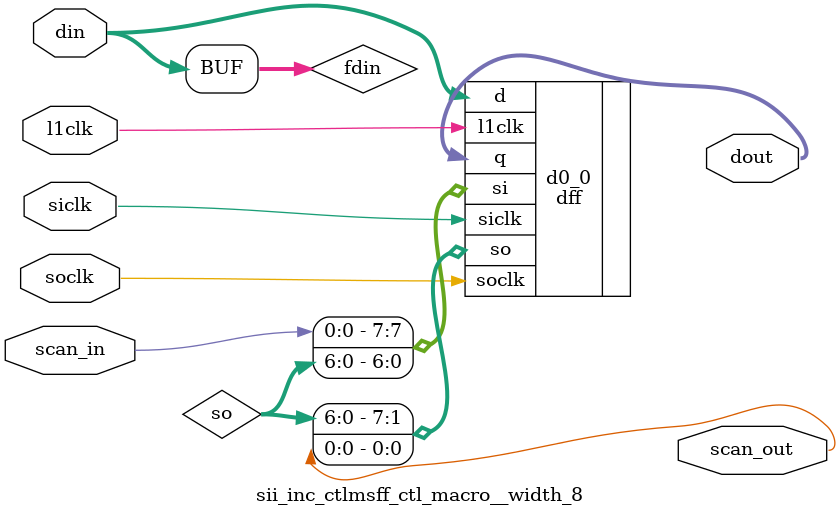
<source format=v>
module	sii_inc_ctl (
  ncu_sii_gnt, 
  sii_ncu_req, 
  sii_ncu_data, 
  sii_ncu_dparity, 
  inc_indq_rd_addr, 
  inc_indq_rd_en, 
  indq_inc_dout, 
  inc_ipcc_stop, 
  ipcc_indq_wr_addr, 
  ipcc_indq_wr_en, 
  ipcc_inc_wr_ovfl, 
  l2clk, 
  cmp_io_sync_en_in, 
  io_cmp_sync_en_in, 
  scan_in, 
  scan_out, 
  tcu_scan_en, 
  tcu_aclk, 
  tcu_bclk, 
  tcu_pce_ov, 
  tcu_clk_stop, 
  sii_mb0_run, 
  sii_mb0_ind_rd_en, 
  sii_mb0_addr, 
  sii_mb0_wdata, 
  sii_mb0_ind_fail);
wire l1clk;
wire spares_scanin;
wire spares_scanout;
wire se;
wire siclk;
wire soclk;
wire pce_ov;
wire stop;
wire [67:0] mbist1_data;
wire [7:0] sii_mb0_wdata_r;
wire [67:0] compare;
wire [67:0] mbist1_data_rr;
wire [1:0] sii_mb0_ind_fail_l;
wire [4:0] cstate_r;
wire [31:0] sii_ncu_data_l;
wire arc_hdr_data;
wire [33:0] new_data;
wire [1:0] sii_ncu_dparity_l;
wire sii_ncu_req_l;
wire make_request;
wire sii_mb0_run_r;
wire [5:0] sii_mb0_addr_r;
wire arc_gnt_hdr;
wire cmp_io_sync_en;
wire [2:0] cyc_cnt_r;
wire [5:0] inc_indq_rd_addr_r;
wire sii_mb0_ind_rd_en_r;
wire turn_off_rd_en;
wire ind_fifo_full;
wire [33:0] data_l;
wire [33:0] data_h;
wire ind_fifo_empty;
wire rd_ovfl_l;
wire ind_fifo_full_l;
wire rd_ovfl_r;
wire cyc_cnt_en;
wire [2:0] cyc_cnt_l;
wire data_end;
wire got_gnt_l;
wire ncu_sii_gnt_r;
wire got_gnt_r;
wire arc_start_req;
wire arc_req_gnt;
wire cmp_io_sync_en_dly2;
wire cmp_io_sync_en_dly3;
wire arc_data_start;
wire arc_data_gnt;
wire arc_data_req;
wire reg_cstate_scanin;
wire reg_cstate_scanout;
wire reg_sii_mb0_ind_fail_scanin;
wire reg_sii_mb0_ind_fail_scanout;
wire reg_mbist1_data_rr_scanin;
wire reg_mbist1_data_rr_scanout;
wire [67:0] mbist1_data_r;
wire reg_mbist1_data_r_scanin;
wire reg_mbist1_data_r_scanout;
wire reg_rd_ovfl_scanin;
wire reg_rd_ovfl_scanout;
wire reg_got_gnt_scanin;
wire reg_got_gnt_scanout;
wire reg_cmp_io_syn_en_scanin;
wire reg_cmp_io_syn_en_scanout;
wire cmp_io_sync_en_dly;
wire reg_cmp_io_syn_en_dly2_scanin;
wire reg_cmp_io_syn_en_dly2_scanout;
wire reg_cmp_io_syn_en_dly3_scanin;
wire reg_cmp_io_syn_en_dly3_scanout;
wire reg_ncu_sii_gnt_scanin;
wire reg_ncu_sii_gnt_scanout;
wire io_cmp_sync_en;
wire reg_cyc_cnt_r_scanin;
wire reg_cyc_cnt_r_scanout;
wire reg_inc_indq_rd_addr_scanin;
wire reg_inc_indq_rd_addr_scanout;
wire reg_sii_ncu_req_scanin;
wire reg_sii_ncu_req_scanout;
wire reg_sii_ncu_data_scanin;
wire reg_sii_ncu_data_scanout;
wire reg_sii_ncu_dparity_scanin;
wire reg_sii_ncu_dparity_scanout;
wire reg_cmp_io_sync_en_scanin;
wire reg_cmp_io_sync_en_scanout;
wire reg_io_cmp_sync_en_scanin;
wire reg_io_cmp_sync_en_scanout;
wire reg_sii_mb0_run_scanin;
wire reg_sii_mb0_run_scanout;
wire reg_sii_mb0_ind_rd_en_scanin;
wire reg_sii_mb0_ind_rd_en_scanout;
wire reg_sii_mb0_addr_scanin;
wire reg_sii_mb0_addr_scanout;
wire reg_sii_mb0_wdata_scanin;
wire reg_sii_mb0_wdata_scanout;
wire reg_ind_fifo_full_scanin;
wire reg_ind_fifo_full_scanout;


input 		ncu_sii_gnt;		//io_clk
output 		sii_ncu_req;		//io_clk	
output	[31:0]	sii_ncu_data;		//io_clk
output	[1:0]	sii_ncu_dparity;		//io_clk

//------inter-submodule signals-------

output	[5:0]	inc_indq_rd_addr;	//cmp_clk
output		inc_indq_rd_en;		//cmp_clk
input	[67:0]	indq_inc_dout;

output		inc_ipcc_stop;		//cmp_clk
input  	[5:0]	ipcc_indq_wr_addr;	//cmp_clk	
input  		ipcc_indq_wr_en;	//cmp_clk	
input  		ipcc_inc_wr_ovfl;	//for checking empty/full of fifo	

input		l2clk;
input		cmp_io_sync_en_in;
input		io_cmp_sync_en_in;
input		scan_in ;
output		scan_out;
input        	tcu_scan_en;
input        	tcu_aclk;
input        	tcu_bclk;
input        	tcu_pce_ov;
input        	tcu_clk_stop;

//-------mbist related signals -------

input        	sii_mb0_run;
input        	sii_mb0_ind_rd_en;
input 	[5:0]  	sii_mb0_addr;
input 	[7:0]  	sii_mb0_wdata;
output 	[1:0]  	sii_mb0_ind_fail;


// Clock header
sii_inc_ctll1clkhdr_ctl_macro clkgen (
                              .l2clk  (l2clk                  ),
                              .l1en   (1'b1                   ),
                              .l1clk  (l1clk                  ),
  .pce_ov(pce_ov),
  .stop(stop),
  .se(se)
                              );

// Spare gates
sii_inc_ctlspare_ctl_macro__num_2 spares  (
	.scan_in(spares_scanin),
	.scan_out(spares_scanout),
	.l1clk	(l1clk),
  .siclk(siclk),
  .soclk(soclk)
);

//************************************************************************
// SCAN CONNECTIONS 
//************************************************************************
// scan renames
assign 	 se = tcu_scan_en;
assign 	 siclk = tcu_aclk;
assign 	 soclk = tcu_bclk;
assign 	 pce_ov = tcu_pce_ov;
assign 	 stop = tcu_clk_stop;
// end scan

//************************************************************************
// 		MBIST CONNECTIONS 
//************************************************************************

assign	mbist1_data[67:0] = {sii_mb0_wdata_r[1:0], sii_mb0_wdata_r[7:6], sii_mb0_wdata_r[7:0], 
			     sii_mb0_wdata_r[7:0],
			     sii_mb0_wdata_r[7:0], sii_mb0_wdata_r[7:0], sii_mb0_wdata_r[7:0],
			     sii_mb0_wdata_r[7:0], sii_mb0_wdata_r[7:0], sii_mb0_wdata_r[7:0]};
assign  compare[67:0]  = mbist1_data_rr[67:0] ^ indq_inc_dout[67:0];

assign  sii_mb0_ind_fail_l[1] = | compare[67:34];
assign  sii_mb0_ind_fail_l[0] = | compare[33:0];

//************************************************************************
// STATE DEFINITION 
//************************************************************************

`define	START_ST		5'b00001
`define	REQ_ST			5'b00010
`define	GNT_ST			5'b00100
`define	HDR_ST			5'b01000
`define	DATA_ST			5'b10000

`define	START		 	0
`define	REQ		 	1
`define	GNT		 	2
`define	HDR		 	3
`define	DATA		 	4


reg [4:0]	nstate_r;
//reg [4:0]	cstate_r;

wire [4:0]	nstate;
wire [4:0]	cstate;

// ------- internal signals --------

//0in one_hot -var cstate[4:0]
//0in one_hot -var nstate_r[4:0]

assign		nstate = {nstate_r[4:1], ~nstate_r[0]};
assign		cstate = {cstate_r[4:1], ~cstate_r[0]};

//************************************************************************
//	OUTPUT LOGICS 
//************************************************************************

assign	sii_ncu_data_l[31:0]  = ((cstate[`HDR] && ~arc_hdr_data )  || cstate[`GNT]) ? 
				indq_inc_dout[31:0] : new_data[31:0];

assign	sii_ncu_dparity_l[1:0]  = ((cstate[`HDR] && ~arc_hdr_data )  || cstate[`GNT]) ? 
				indq_inc_dout[65:64] : new_data[33:32];

assign	sii_ncu_req_l	  = make_request;

assign 	inc_indq_rd_addr[5:0] = sii_mb0_run_r ? sii_mb0_addr_r[5:0] :
				(arc_gnt_hdr || (cmp_io_sync_en && cyc_cnt_r[0]))  ? 
				((inc_indq_rd_addr_r[5:0] == 6'd47 ) ? 6'd0 :   // 0in range -var inc_indq_rd_addr_r -min 0 -max 47
			    	 (inc_indq_rd_addr_r[5:0] + 6'h01)) : 
				  inc_indq_rd_addr_r[5:0]; 

assign  inc_indq_rd_en	=   sii_mb0_run_r ?  sii_mb0_ind_rd_en_r :
			    ~turn_off_rd_en;
assign	inc_ipcc_stop	= ind_fifo_full;
//************************************************************************
//	internal wires assignment	
//************************************************************************
//assign  early_hdr_end   = cmp_io_sync_en  ; 
assign	new_data[33:0] 	= cyc_cnt_r[0] ? data_l[33:0] : data_h[33:0];
//assign  data_h[33:0]	= {indq_inc_dout[67:66], indq_inc_dout[39:32], 
//			   indq_inc_dout[47:40], indq_inc_dout[55:48], indq_inc_dout[63:56]};
//assign  data_l[33:0]	= {indq_inc_dout[65:64], indq_inc_dout[7:0], 
//			   indq_inc_dout[15:8], indq_inc_dout[23:16], indq_inc_dout[31:24]};

assign  data_h[33:0]	= {indq_inc_dout[67:66], indq_inc_dout[63:32]} ;
assign  data_l[33:0]	= {indq_inc_dout[65:64], indq_inc_dout[31:0]} ;


assign	turn_off_rd_en	= (ipcc_indq_wr_addr[5:0] == inc_indq_rd_addr[5:0]) && ipcc_indq_wr_en ;

//------------	fifo empty/full handling ----------------
//assign	ind_fifo_empty	= ((inc_indq_rd_addr[5:0] == ipcc_indq_wr_addr[5:0] )  
//				&& (rd_ovfl_r == ipcc_inc_wr_ovfl)) ||
//			 ((inc_indq_rd_addr[5:0] == ipcc_indq_wr_addr[5:0] - 6'h01) 
//			  && (rd_ovfl_r == ipcc_inc_wr_ovfl)) ||
//			  (inc_indq_rd_addr - ipcc_indq_wr_addr == 6'd47) ;

assign		ind_fifo_empty = (((ipcc_indq_wr_addr[5:0] - inc_indq_rd_addr[5:0]) < 6'd3) 
					&& (rd_ovfl_l == ipcc_inc_wr_ovfl) ||
				  ((inc_indq_rd_addr[5:0] - ipcc_indq_wr_addr[5:0]) > 6'd45)
					&& (rd_ovfl_l ^ ipcc_inc_wr_ovfl)) 
					  ? 1'b1 : 1'b0;
				  

assign	ind_fifo_full_l	= (ipcc_indq_wr_addr[5:0]- inc_indq_rd_addr_r[5:0] > 6'd44)
			  && (rd_ovfl_r == ipcc_inc_wr_ovfl) ||	
			  (inc_indq_rd_addr_r - ipcc_indq_wr_addr < 6'd6)
			  && (rd_ovfl_r != ipcc_inc_wr_ovfl) ;	
assign	rd_ovfl_l	= (inc_indq_rd_addr_r[5:0] == 6'd47) && (inc_indq_rd_addr[5:0] == 6'd0 ) ?
			   ~rd_ovfl_r : rd_ovfl_r;

//------------------payload cycle decoding---------------
assign	cyc_cnt_en	=  (cstate[`DATA]  && cmp_io_sync_en ) ;
assign	cyc_cnt_l[2:0]	= (arc_gnt_hdr )? 3'b000 : ((cyc_cnt_en && ~data_end) ?
			  (cyc_cnt_r[2:0] + 3'b001) : cyc_cnt_r[2:0]);

assign	data_end	= cyc_cnt_r[2]  ;
assign	got_gnt_l	= ncu_sii_gnt_r && sii_ncu_req ? 1'b1 : cstate[`HDR] ? 1'b0 :  got_gnt_r ;
assign 	make_request	= ~ind_fifo_empty ;

//************************************************************************
// STATE TRANSITION SECTION
//************************************************************************

assign	arc_start_req	= cstate[`START] && make_request; 

assign	arc_req_gnt	= cstate[`REQ] && got_gnt_l & cmp_io_sync_en;

assign	arc_gnt_hdr	= cstate[`GNT] && (cmp_io_sync_en )	;		//1 to 4
//				( cmp_io_sync_en_dly2 & cmp_io_sync_en));	// 1 to 3/4
assign	arc_hdr_data	= cstate[`HDR] && ~cmp_io_sync_en_dly2 && cmp_io_sync_en_dly3; 
assign  arc_data_start	= cstate[`DATA] && ind_fifo_empty && data_end;  
assign	arc_data_gnt	= cstate[`DATA] && data_end && got_gnt_l & cmp_io_sync_en;
assign	arc_data_req	= cstate[`DATA] && data_end && cmp_io_sync_en && make_request && ~got_gnt_l;

always @ (arc_start_req or arc_req_gnt or arc_gnt_hdr 	 or arc_hdr_data or
	  arc_data_gnt  or arc_data_req or arc_data_start or cstate )

	begin
	case (1'b1)			//synopsys parallel_case full_case
		cstate[`START]	: if (arc_start_req)
					nstate_r = `REQ_ST;
				  else
					nstate_r = `START_ST;
		cstate[`REQ]	: if (arc_req_gnt)
					nstate_r = `GNT_ST;		
				  else
					nstate_r = `REQ_ST;
		cstate[`GNT]	: if (arc_gnt_hdr) 
					nstate_r = `HDR_ST;		
				  else
					nstate_r = `GNT_ST;
		cstate[`HDR]	: if (arc_hdr_data)
					nstate_r = `DATA_ST;		
				  else
					nstate_r = `HDR_ST;
		cstate[`DATA]	: if (arc_data_gnt)
					nstate_r = `GNT_ST;		
				  else if (arc_data_start)
					nstate_r = `START_ST;
				  else if (arc_data_req)
					nstate_r = `REQ_ST;
				  else	
					nstate_r = `DATA_ST;
		default		: begin
					nstate_r = `START_ST; 
				// 0in < fire -message "ERROR: sii_inc statemachine default case"
				  end

	endcase
	end

//************************************************************************
// REGISTERS section
//************************************************************************
sii_inc_ctlmsff_ctl_macro__width_5 reg_cstate  // ASYNC reset active low
                                (
					.scan_in(reg_cstate_scanin),
					.scan_out(reg_cstate_scanout),
					.dout(cstate_r[4:0]),
                                      	.l1clk(l1clk),
                                      	.din(nstate[4:0]),
  .siclk(siclk),
  .soclk(soclk)
					);

sii_inc_ctlmsff_ctl_macro__width_2 reg_sii_mb0_ind_fail  // ASYNC reset active low
                                (
					.scan_in(reg_sii_mb0_ind_fail_scanin),
					.scan_out(reg_sii_mb0_ind_fail_scanout),
					.dout(sii_mb0_ind_fail[1:0]),
                                      	.l1clk(l1clk),
                                      	.din(sii_mb0_ind_fail_l[1:0]),
  .siclk(siclk),
  .soclk(soclk)
					);

sii_inc_ctlmsff_ctl_macro__width_68 reg_mbist1_data_rr  // ASYNC reset active low
                                (
					.scan_in(reg_mbist1_data_rr_scanin),
					.scan_out(reg_mbist1_data_rr_scanout),
					.dout(mbist1_data_rr[67:0]),
                                      	.l1clk(l1clk),
                                      	.din(mbist1_data_r[67:0]),
  .siclk(siclk),
  .soclk(soclk)
					);

sii_inc_ctlmsff_ctl_macro__width_68 reg_mbist1_data_r  // ASYNC reset active low
                                (
					.scan_in(reg_mbist1_data_r_scanin),
					.scan_out(reg_mbist1_data_r_scanout),
					.dout(mbist1_data_r[67:0]),
                                      	.l1clk(l1clk),
                                      	.din(mbist1_data[67:0]),
  .siclk(siclk),
  .soclk(soclk)
					);

sii_inc_ctlmsff_ctl_macro__width_1 reg_rd_ovfl  // ASYNC reset active low
                                (
					.scan_in(reg_rd_ovfl_scanin),
					.scan_out(reg_rd_ovfl_scanout),
					.dout(rd_ovfl_r),
                                      	.l1clk(l1clk),
                                      	.din(rd_ovfl_l),
  .siclk(siclk),
  .soclk(soclk)
					);

sii_inc_ctlmsff_ctl_macro__width_1 reg_got_gnt  // ASYNC reset active low
                                (
					.scan_in(reg_got_gnt_scanin),
					.scan_out(reg_got_gnt_scanout),
					.dout(got_gnt_r),
                                      	.l1clk(l1clk),
                                      	.din(got_gnt_l),
  .siclk(siclk),
  .soclk(soclk)
					);

sii_inc_ctlmsff_ctl_macro__width_1 reg_cmp_io_syn_en  // ASYNC reset active low
                                (
					.scan_in(reg_cmp_io_syn_en_scanin),
					.scan_out(reg_cmp_io_syn_en_scanout),
					.dout(cmp_io_sync_en_dly),
                                      	.l1clk(l1clk),
  //                                    	.en(cmp_io_sync_en),
                                      	.din(cstate[`GNT]),
  .siclk(siclk),
  .soclk(soclk)
					);

sii_inc_ctlmsff_ctl_macro__width_1 reg_cmp_io_syn_en_dly2  // ASYNC reset active low
                                (
					.scan_in(reg_cmp_io_syn_en_dly2_scanin),
					.scan_out(reg_cmp_io_syn_en_dly2_scanout),
					.dout(cmp_io_sync_en_dly2),
                                      	.l1clk(l1clk),
                                      	.din(cmp_io_sync_en_dly),
  .siclk(siclk),
  .soclk(soclk)
					);

sii_inc_ctlmsff_ctl_macro__width_1 reg_cmp_io_syn_en_dly3  // ASYNC reset active low
                                (
					.scan_in(reg_cmp_io_syn_en_dly3_scanin),
					.scan_out(reg_cmp_io_syn_en_dly3_scanout),
					.dout(cmp_io_sync_en_dly3),
                                      	.l1clk(l1clk),
                                      	.din(cmp_io_sync_en_dly2),
  .siclk(siclk),
  .soclk(soclk)
					);

sii_inc_ctlmsff_ctl_macro__en_1__width_1 reg_ncu_sii_gnt   // ASYNC reset active low
                                (
					.scan_in(reg_ncu_sii_gnt_scanin),
					.scan_out(reg_ncu_sii_gnt_scanout),
					.dout(ncu_sii_gnt_r),
                                      	.l1clk(l1clk),
					.en (io_cmp_sync_en),
                                      	.din(ncu_sii_gnt),
  .siclk(siclk),
  .soclk(soclk)
					);

//msff_ctl_macro reg_ind_fifo_empty (width=1) // ASYNC reset active low
//                                (
//					.scan_in(reg_ind_fifo_empty_scanin),
//					.scan_out(reg_ind_fifo_empty_scanout),
//					.dout(ind_fifo_empty_r),
//                                      	.l1clk(l1clk),
//                                      	.din(ind_fifo_empty),
//					);


sii_inc_ctlmsff_ctl_macro__width_3 reg_cyc_cnt_r  // ASYNC reset active low
                                (
					.scan_in(reg_cyc_cnt_r_scanin),
					.scan_out(reg_cyc_cnt_r_scanout),
					.dout(cyc_cnt_r[2:0]),
                                      	.l1clk(l1clk),
                                      	.din(cyc_cnt_l[2:0]),
  .siclk(siclk),
  .soclk(soclk)
					);

sii_inc_ctlmsff_ctl_macro__width_6 reg_inc_indq_rd_addr  // ASYNC reset active low
                                (
					.scan_in(reg_inc_indq_rd_addr_scanin),
					.scan_out(reg_inc_indq_rd_addr_scanout),
					.dout(inc_indq_rd_addr_r[5:0]),
                                      	.l1clk(l1clk),
                                      	.din(inc_indq_rd_addr[5:0]),
  .siclk(siclk),
  .soclk(soclk)
					);


sii_inc_ctlmsff_ctl_macro__en_1__width_1 reg_sii_ncu_req   // ASYNC reset active low
                                (
					.scan_in(reg_sii_ncu_req_scanin),
					.scan_out(reg_sii_ncu_req_scanout),
					.dout(sii_ncu_req),
                                      	.l1clk(l1clk),
					.en(cmp_io_sync_en),
                                      	.din(sii_ncu_req_l),
  .siclk(siclk),
  .soclk(soclk)
					);

sii_inc_ctlmsff_ctl_macro__en_1__width_32 reg_sii_ncu_data   // ASYNC reset active low
                                (
					.scan_in(reg_sii_ncu_data_scanin),
					.scan_out(reg_sii_ncu_data_scanout),
					.dout(sii_ncu_data[31:0]),
                                      	.l1clk(l1clk),
					.en(cmp_io_sync_en),
                                      	.din(sii_ncu_data_l[31:0]),
  .siclk(siclk),
  .soclk(soclk)
					);

sii_inc_ctlmsff_ctl_macro__en_1__width_2 reg_sii_ncu_dparity   // ASYNC reset active low
                                (
					.scan_in(reg_sii_ncu_dparity_scanin),
					.scan_out(reg_sii_ncu_dparity_scanout),
					.dout(sii_ncu_dparity[1:0]),
                                      	.l1clk(l1clk),
					.en(cmp_io_sync_en),
                                      	.din(sii_ncu_dparity_l[1:0]),
  .siclk(siclk),
  .soclk(soclk)
					);

sii_inc_ctlmsff_ctl_macro__width_1 reg_cmp_io_sync_en  // ASYNC reset active low
                                (
					.scan_in(reg_cmp_io_sync_en_scanin),
					.scan_out(reg_cmp_io_sync_en_scanout),
					.dout(cmp_io_sync_en),
                                      	.l1clk(l1clk),
                                      	.din(cmp_io_sync_en_in),
  .siclk(siclk),
  .soclk(soclk)
					);

sii_inc_ctlmsff_ctl_macro__width_1 reg_io_cmp_sync_en  // ASYNC reset active low
                                (
					.scan_in(reg_io_cmp_sync_en_scanin),
					.scan_out(reg_io_cmp_sync_en_scanout),
					.dout(io_cmp_sync_en),
                                      	.l1clk(l1clk),
                                      	.din(io_cmp_sync_en_in),
  .siclk(siclk),
  .soclk(soclk)
					);

sii_inc_ctlmsff_ctl_macro__width_1 reg_sii_mb0_run  // ASYNC reset active low
                                (
					.scan_in(reg_sii_mb0_run_scanin),
					.scan_out(reg_sii_mb0_run_scanout),
					.dout(sii_mb0_run_r),
                                      	.l1clk(l1clk),
                                      	.din(sii_mb0_run),
  .siclk(siclk),
  .soclk(soclk)
					);

sii_inc_ctlmsff_ctl_macro__width_1 reg_sii_mb0_ind_rd_en  // ASYNC reset active low
                                (
					.scan_in(reg_sii_mb0_ind_rd_en_scanin),
					.scan_out(reg_sii_mb0_ind_rd_en_scanout),
					.dout(sii_mb0_ind_rd_en_r),
                                      	.l1clk(l1clk),
                                      	.din(sii_mb0_ind_rd_en),
  .siclk(siclk),
  .soclk(soclk)
					);

sii_inc_ctlmsff_ctl_macro__width_6 reg_sii_mb0_addr  // ASYNC reset active low
                                (
					.scan_in(reg_sii_mb0_addr_scanin),
					.scan_out(reg_sii_mb0_addr_scanout),
					.dout(sii_mb0_addr_r[5:0]),
                                      	.l1clk(l1clk),
                                      	.din(sii_mb0_addr[5:0]),
  .siclk(siclk),
  .soclk(soclk)
					);

sii_inc_ctlmsff_ctl_macro__width_8 reg_sii_mb0_wdata  // ASYNC reset active low
                                (
					.scan_in(reg_sii_mb0_wdata_scanin),
					.scan_out(reg_sii_mb0_wdata_scanout),
					.dout(sii_mb0_wdata_r[7:0]),
                                      	.l1clk(l1clk),
                                      	.din(sii_mb0_wdata[7:0]),
  .siclk(siclk),
  .soclk(soclk)
					);

sii_inc_ctlmsff_ctl_macro__width_1 reg_ind_fifo_full  // ASYNC reset active low
                                (
					.scan_in(reg_ind_fifo_full_scanin),
					.scan_out(reg_ind_fifo_full_scanout),
					.dout(ind_fifo_full),
                                      	.l1clk(l1clk),
                                      	.din(ind_fifo_full_l),
  .siclk(siclk),
  .soclk(soclk)
					);

// fixscan start:
assign spares_scanin             = scan_in                  ;
assign reg_cstate_scanin         = spares_scanout           ;
assign reg_sii_mb0_ind_fail_scanin = reg_cstate_scanout       ;
assign reg_mbist1_data_rr_scanin = reg_sii_mb0_ind_fail_scanout;
assign reg_mbist1_data_r_scanin  = reg_mbist1_data_rr_scanout;
assign reg_rd_ovfl_scanin        = reg_mbist1_data_r_scanout;
assign reg_got_gnt_scanin        = reg_rd_ovfl_scanout      ;
assign reg_cmp_io_syn_en_scanin  = reg_got_gnt_scanout      ;
assign reg_cmp_io_syn_en_dly2_scanin = reg_cmp_io_syn_en_scanout;
assign reg_cmp_io_syn_en_dly3_scanin = reg_cmp_io_syn_en_dly2_scanout;
assign reg_ncu_sii_gnt_scanin    = reg_cmp_io_syn_en_dly3_scanout;
assign reg_cyc_cnt_r_scanin      = reg_ncu_sii_gnt_scanout  ;
assign reg_inc_indq_rd_addr_scanin = reg_cyc_cnt_r_scanout    ;
assign reg_sii_ncu_req_scanin    = reg_inc_indq_rd_addr_scanout;
assign reg_sii_ncu_data_scanin   = reg_sii_ncu_req_scanout  ;
assign reg_sii_ncu_dparity_scanin = reg_sii_ncu_data_scanout ;
assign reg_cmp_io_sync_en_scanin = reg_sii_ncu_dparity_scanout;
assign reg_io_cmp_sync_en_scanin = reg_cmp_io_sync_en_scanout;
assign reg_sii_mb0_run_scanin    = reg_io_cmp_sync_en_scanout;
assign reg_sii_mb0_ind_rd_en_scanin = reg_sii_mb0_run_scanout  ;
assign reg_sii_mb0_addr_scanin   = reg_sii_mb0_ind_rd_en_scanout;
assign reg_sii_mb0_wdata_scanin  = reg_sii_mb0_addr_scanout ;
assign reg_ind_fifo_full_scanin  = reg_sii_mb0_wdata_scanout;
assign scan_out                  = reg_ind_fifo_full_scanout;
// fixscan end:
endmodule






// any PARAMS parms go into naming of macro

module sii_inc_ctll1clkhdr_ctl_macro (
  l2clk, 
  l1en, 
  pce_ov, 
  stop, 
  se, 
  l1clk);


  input l2clk;
  input l1en;
  input pce_ov;
  input stop;
  input se;
  output l1clk;



 

cl_sc1_l1hdr_8x c_0 (


   .l2clk(l2clk),
   .pce(l1en),
   .l1clk(l1clk),
  .se(se),
  .pce_ov(pce_ov),
  .stop(stop)
);



endmodule









//  Description:        Spare gate macro for control blocks
//
//  Param num controls the number of times the macro is added
//  flops=0 can be used to use only combination spare logic


module sii_inc_ctlspare_ctl_macro__num_2 (
  l1clk, 
  scan_in, 
  siclk, 
  soclk, 
  scan_out);
wire si_0;
wire so_0;
wire spare0_flop_unused;
wire spare0_buf_32x_unused;
wire spare0_nand3_8x_unused;
wire spare0_inv_8x_unused;
wire spare0_aoi22_4x_unused;
wire spare0_buf_8x_unused;
wire spare0_oai22_4x_unused;
wire spare0_inv_16x_unused;
wire spare0_nand2_16x_unused;
wire spare0_nor3_4x_unused;
wire spare0_nand2_8x_unused;
wire spare0_buf_16x_unused;
wire spare0_nor2_16x_unused;
wire spare0_inv_32x_unused;
wire si_1;
wire so_1;
wire spare1_flop_unused;
wire spare1_buf_32x_unused;
wire spare1_nand3_8x_unused;
wire spare1_inv_8x_unused;
wire spare1_aoi22_4x_unused;
wire spare1_buf_8x_unused;
wire spare1_oai22_4x_unused;
wire spare1_inv_16x_unused;
wire spare1_nand2_16x_unused;
wire spare1_nor3_4x_unused;
wire spare1_nand2_8x_unused;
wire spare1_buf_16x_unused;
wire spare1_nor2_16x_unused;
wire spare1_inv_32x_unused;


input		l1clk;
input		scan_in;
input		siclk;
input		soclk;
output		scan_out;

cl_sc1_msff_8x spare0_flop (.l1clk(l1clk),
                               .siclk(siclk),
                               .soclk(soclk),
                               .si(si_0),
                               .so(so_0),
                               .d(1'b0),
                               .q(spare0_flop_unused));
assign si_0 = scan_in;

cl_u1_buf_32x   spare0_buf_32x (.in(1'b1),
                                   .out(spare0_buf_32x_unused));
cl_u1_nand3_8x spare0_nand3_8x (.in0(1'b1),
                                   .in1(1'b1),
                                   .in2(1'b1),
                                   .out(spare0_nand3_8x_unused));
cl_u1_inv_8x    spare0_inv_8x (.in(1'b1),
                                  .out(spare0_inv_8x_unused));
cl_u1_aoi22_4x spare0_aoi22_4x (.in00(1'b1),
                                   .in01(1'b1),
                                   .in10(1'b1),
                                   .in11(1'b1),
                                   .out(spare0_aoi22_4x_unused));
cl_u1_buf_8x    spare0_buf_8x (.in(1'b1),
                                  .out(spare0_buf_8x_unused));
cl_u1_oai22_4x spare0_oai22_4x (.in00(1'b1),
                                   .in01(1'b1),
                                   .in10(1'b1),
                                   .in11(1'b1),
                                   .out(spare0_oai22_4x_unused));
cl_u1_inv_16x   spare0_inv_16x (.in(1'b1),
                                   .out(spare0_inv_16x_unused));
cl_u1_nand2_16x spare0_nand2_16x (.in0(1'b1),
                                     .in1(1'b1),
                                     .out(spare0_nand2_16x_unused));
cl_u1_nor3_4x spare0_nor3_4x (.in0(1'b0),
                                 .in1(1'b0),
                                 .in2(1'b0),
                                 .out(spare0_nor3_4x_unused));
cl_u1_nand2_8x spare0_nand2_8x (.in0(1'b1),
                                   .in1(1'b1),
                                   .out(spare0_nand2_8x_unused));
cl_u1_buf_16x   spare0_buf_16x (.in(1'b1),
                                   .out(spare0_buf_16x_unused));
cl_u1_nor2_16x spare0_nor2_16x (.in0(1'b0),
                                   .in1(1'b0),
                                   .out(spare0_nor2_16x_unused));
cl_u1_inv_32x   spare0_inv_32x (.in(1'b1),
                                   .out(spare0_inv_32x_unused));

cl_sc1_msff_8x spare1_flop (.l1clk(l1clk),
                               .siclk(siclk),
                               .soclk(soclk),
                               .si(si_1),
                               .so(so_1),
                               .d(1'b0),
                               .q(spare1_flop_unused));
assign si_1 = so_0;

cl_u1_buf_32x   spare1_buf_32x (.in(1'b1),
                                   .out(spare1_buf_32x_unused));
cl_u1_nand3_8x spare1_nand3_8x (.in0(1'b1),
                                   .in1(1'b1),
                                   .in2(1'b1),
                                   .out(spare1_nand3_8x_unused));
cl_u1_inv_8x    spare1_inv_8x (.in(1'b1),
                                  .out(spare1_inv_8x_unused));
cl_u1_aoi22_4x spare1_aoi22_4x (.in00(1'b1),
                                   .in01(1'b1),
                                   .in10(1'b1),
                                   .in11(1'b1),
                                   .out(spare1_aoi22_4x_unused));
cl_u1_buf_8x    spare1_buf_8x (.in(1'b1),
                                  .out(spare1_buf_8x_unused));
cl_u1_oai22_4x spare1_oai22_4x (.in00(1'b1),
                                   .in01(1'b1),
                                   .in10(1'b1),
                                   .in11(1'b1),
                                   .out(spare1_oai22_4x_unused));
cl_u1_inv_16x   spare1_inv_16x (.in(1'b1),
                                   .out(spare1_inv_16x_unused));
cl_u1_nand2_16x spare1_nand2_16x (.in0(1'b1),
                                     .in1(1'b1),
                                     .out(spare1_nand2_16x_unused));
cl_u1_nor3_4x spare1_nor3_4x (.in0(1'b0),
                                 .in1(1'b0),
                                 .in2(1'b0),
                                 .out(spare1_nor3_4x_unused));
cl_u1_nand2_8x spare1_nand2_8x (.in0(1'b1),
                                   .in1(1'b1),
                                   .out(spare1_nand2_8x_unused));
cl_u1_buf_16x   spare1_buf_16x (.in(1'b1),
                                   .out(spare1_buf_16x_unused));
cl_u1_nor2_16x spare1_nor2_16x (.in0(1'b0),
                                   .in1(1'b0),
                                   .out(spare1_nor2_16x_unused));
cl_u1_inv_32x   spare1_inv_32x (.in(1'b1),
                                   .out(spare1_inv_32x_unused));
assign scan_out = so_1;



endmodule






// any PARAMS parms go into naming of macro

module sii_inc_ctlmsff_ctl_macro__width_5 (
  din, 
  l1clk, 
  scan_in, 
  siclk, 
  soclk, 
  dout, 
  scan_out);
wire [4:0] fdin;
wire [3:0] so;

  input [4:0] din;
  input l1clk;
  input scan_in;


  input siclk;
  input soclk;

  output [4:0] dout;
  output scan_out;
assign fdin[4:0] = din[4:0];






dff #(5)  d0_0 (
.l1clk(l1clk),
.siclk(siclk),
.soclk(soclk),
.d(fdin[4:0]),
.si({scan_in,so[3:0]}),
.so({so[3:0],scan_out}),
.q(dout[4:0])
);












endmodule













// any PARAMS parms go into naming of macro

module sii_inc_ctlmsff_ctl_macro__width_2 (
  din, 
  l1clk, 
  scan_in, 
  siclk, 
  soclk, 
  dout, 
  scan_out);
wire [1:0] fdin;
wire [0:0] so;

  input [1:0] din;
  input l1clk;
  input scan_in;


  input siclk;
  input soclk;

  output [1:0] dout;
  output scan_out;
assign fdin[1:0] = din[1:0];






dff #(2)  d0_0 (
.l1clk(l1clk),
.siclk(siclk),
.soclk(soclk),
.d(fdin[1:0]),
.si({scan_in,so[0:0]}),
.so({so[0:0],scan_out}),
.q(dout[1:0])
);












endmodule













// any PARAMS parms go into naming of macro

module sii_inc_ctlmsff_ctl_macro__width_68 (
  din, 
  l1clk, 
  scan_in, 
  siclk, 
  soclk, 
  dout, 
  scan_out);
wire [67:0] fdin;
wire [66:0] so;

  input [67:0] din;
  input l1clk;
  input scan_in;


  input siclk;
  input soclk;

  output [67:0] dout;
  output scan_out;
assign fdin[67:0] = din[67:0];






dff #(68)  d0_0 (
.l1clk(l1clk),
.siclk(siclk),
.soclk(soclk),
.d(fdin[67:0]),
.si({scan_in,so[66:0]}),
.so({so[66:0],scan_out}),
.q(dout[67:0])
);












endmodule













// any PARAMS parms go into naming of macro

module sii_inc_ctlmsff_ctl_macro__width_1 (
  din, 
  l1clk, 
  scan_in, 
  siclk, 
  soclk, 
  dout, 
  scan_out);
wire [0:0] fdin;

  input [0:0] din;
  input l1clk;
  input scan_in;


  input siclk;
  input soclk;

  output [0:0] dout;
  output scan_out;
assign fdin[0:0] = din[0:0];






dff #(1)  d0_0 (
.l1clk(l1clk),
.siclk(siclk),
.soclk(soclk),
.d(fdin[0:0]),
.si(scan_in),
.so(scan_out),
.q(dout[0:0])
);












endmodule













// any PARAMS parms go into naming of macro

module sii_inc_ctlmsff_ctl_macro__en_1__width_1 (
  din, 
  en, 
  l1clk, 
  scan_in, 
  siclk, 
  soclk, 
  dout, 
  scan_out);
wire [0:0] fdin;

  input [0:0] din;
  input en;
  input l1clk;
  input scan_in;


  input siclk;
  input soclk;

  output [0:0] dout;
  output scan_out;
assign fdin[0:0] = (din[0:0] & {1{en}}) | (dout[0:0] & ~{1{en}});






dff #(1)  d0_0 (
.l1clk(l1clk),
.siclk(siclk),
.soclk(soclk),
.d(fdin[0:0]),
.si(scan_in),
.so(scan_out),
.q(dout[0:0])
);












endmodule













// any PARAMS parms go into naming of macro

module sii_inc_ctlmsff_ctl_macro__width_3 (
  din, 
  l1clk, 
  scan_in, 
  siclk, 
  soclk, 
  dout, 
  scan_out);
wire [2:0] fdin;
wire [1:0] so;

  input [2:0] din;
  input l1clk;
  input scan_in;


  input siclk;
  input soclk;

  output [2:0] dout;
  output scan_out;
assign fdin[2:0] = din[2:0];






dff #(3)  d0_0 (
.l1clk(l1clk),
.siclk(siclk),
.soclk(soclk),
.d(fdin[2:0]),
.si({scan_in,so[1:0]}),
.so({so[1:0],scan_out}),
.q(dout[2:0])
);












endmodule













// any PARAMS parms go into naming of macro

module sii_inc_ctlmsff_ctl_macro__width_6 (
  din, 
  l1clk, 
  scan_in, 
  siclk, 
  soclk, 
  dout, 
  scan_out);
wire [5:0] fdin;
wire [4:0] so;

  input [5:0] din;
  input l1clk;
  input scan_in;


  input siclk;
  input soclk;

  output [5:0] dout;
  output scan_out;
assign fdin[5:0] = din[5:0];






dff #(6)  d0_0 (
.l1clk(l1clk),
.siclk(siclk),
.soclk(soclk),
.d(fdin[5:0]),
.si({scan_in,so[4:0]}),
.so({so[4:0],scan_out}),
.q(dout[5:0])
);












endmodule













// any PARAMS parms go into naming of macro

module sii_inc_ctlmsff_ctl_macro__en_1__width_32 (
  din, 
  en, 
  l1clk, 
  scan_in, 
  siclk, 
  soclk, 
  dout, 
  scan_out);
wire [31:0] fdin;
wire [30:0] so;

  input [31:0] din;
  input en;
  input l1clk;
  input scan_in;


  input siclk;
  input soclk;

  output [31:0] dout;
  output scan_out;
assign fdin[31:0] = (din[31:0] & {32{en}}) | (dout[31:0] & ~{32{en}});






dff #(32)  d0_0 (
.l1clk(l1clk),
.siclk(siclk),
.soclk(soclk),
.d(fdin[31:0]),
.si({scan_in,so[30:0]}),
.so({so[30:0],scan_out}),
.q(dout[31:0])
);












endmodule













// any PARAMS parms go into naming of macro

module sii_inc_ctlmsff_ctl_macro__en_1__width_2 (
  din, 
  en, 
  l1clk, 
  scan_in, 
  siclk, 
  soclk, 
  dout, 
  scan_out);
wire [1:0] fdin;
wire [0:0] so;

  input [1:0] din;
  input en;
  input l1clk;
  input scan_in;


  input siclk;
  input soclk;

  output [1:0] dout;
  output scan_out;
assign fdin[1:0] = (din[1:0] & {2{en}}) | (dout[1:0] & ~{2{en}});






dff #(2)  d0_0 (
.l1clk(l1clk),
.siclk(siclk),
.soclk(soclk),
.d(fdin[1:0]),
.si({scan_in,so[0:0]}),
.so({so[0:0],scan_out}),
.q(dout[1:0])
);












endmodule













// any PARAMS parms go into naming of macro

module sii_inc_ctlmsff_ctl_macro__width_8 (
  din, 
  l1clk, 
  scan_in, 
  siclk, 
  soclk, 
  dout, 
  scan_out);
wire [7:0] fdin;
wire [6:0] so;

  input [7:0] din;
  input l1clk;
  input scan_in;


  input siclk;
  input soclk;

  output [7:0] dout;
  output scan_out;
assign fdin[7:0] = din[7:0];






dff #(8)  d0_0 (
.l1clk(l1clk),
.siclk(siclk),
.soclk(soclk),
.d(fdin[7:0]),
.si({scan_in,so[6:0]}),
.so({so[6:0],scan_out}),
.q(dout[7:0])
);












endmodule









</source>
